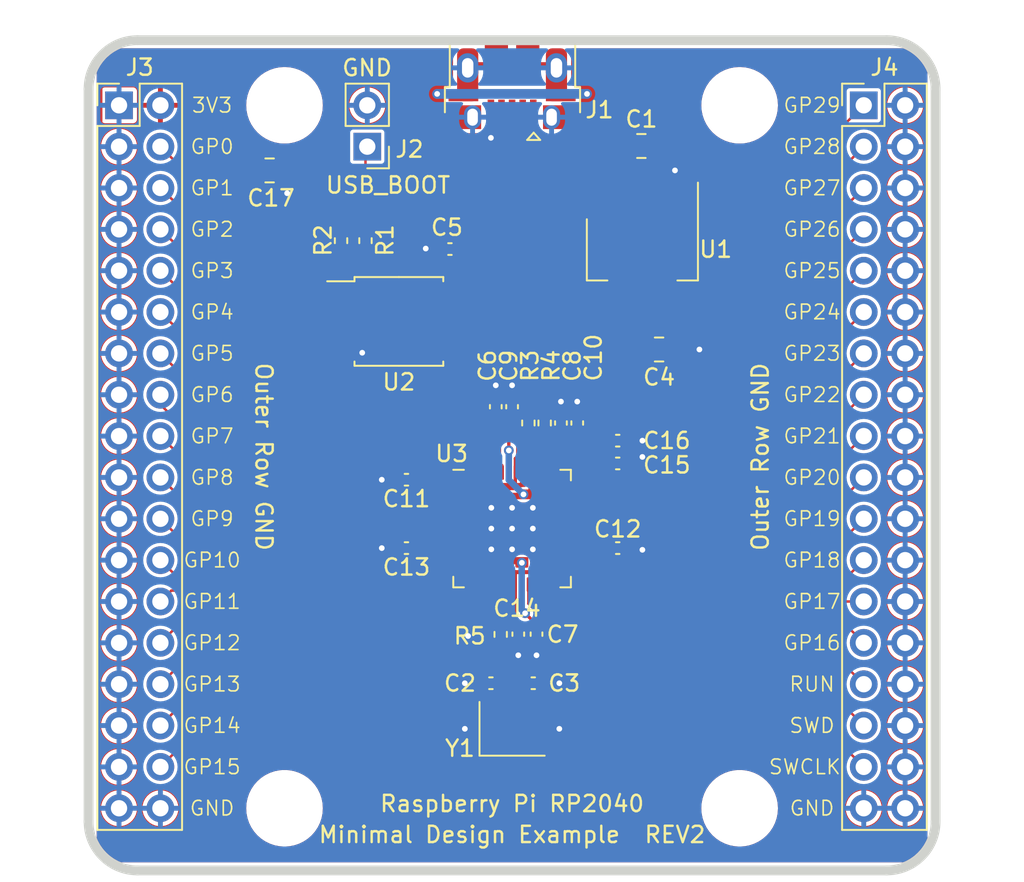
<source format=kicad_pcb>
(kicad_pcb (version 20240108) (generator "pcbnew") (generator_version "8.0")
  (title_block (title "RP2040 Minimal Design Example") (date "2024-01-16") (rev "REV2") (company "Raspberry Pi Ltd"))
  (layers (0 "F.Cu" signal) (31 "B.Cu" signal) (34 "B.Paste" user) (35 "F.Paste" user) (36 "B.SilkS" user "B.Silkscreen") (37 "F.SilkS" user "F.Silkscreen") (38 "B.Mask" user) (39 "F.Mask" user) (44 "Edge.Cuts" user))
  (net 0 "")
  (net 1 "GND")
  (net 2 "VBUS")
  (net 3 "/XIN")
  (net 4 "/XOUT")
  (net 5 "+3V3")
  (net 6 "+1V1")
  (net 8 "/~{USB_BOOT}")
  (net 9 "/GPIO15")
  (net 10 "/GPIO14")
  (net 11 "/GPIO13")
  (net 12 "/GPIO12")
  (net 13 "/GPIO11")
  (net 14 "/GPIO10")
  (net 15 "/GPIO9")
  (net 16 "/GPIO8")
  (net 17 "/GPIO7")
  (net 18 "/GPIO6")
  (net 19 "/GPIO5")
  (net 20 "/GPIO4")
  (net 21 "/GPIO3")
  (net 22 "/GPIO2")
  (net 23 "/GPIO1")
  (net 24 "/GPIO0")
  (net 25 "/GPIO29_ADC3")
  (net 26 "/GPIO28_ADC2")
  (net 27 "/GPIO27_ADC1")
  (net 28 "/GPIO26_ADC0")
  (net 29 "/GPIO25")
  (net 30 "/GPIO24")
  (net 31 "/GPIO23")
  (net 32 "/GPIO22")
  (net 33 "/GPIO21")
  (net 34 "/GPIO20")
  (net 35 "/GPIO19")
  (net 36 "/GPIO18")
  (net 37 "/GPIO17")
  (net 38 "/GPIO16")
  (net 39 "/RUN")
  (net 40 "/SWD")
  (net 41 "/SWCLK")
  (net 42 "/QSPI_SS")
  (net 43 "Net-(U3-USB_DP)")
  (net 44 "Net-(U3-USB_DM)")
  (net 45 "/QSPI_SD3")
  (net 46 "/QSPI_SCLK")
  (net 47 "/QSPI_SD0")
  (net 48 "/QSPI_SD2")
  (net 49 "/QSPI_SD1")
  (net 50 "/USB_D+")
  (net 51 "/USB_D-")
  (net 52 "Net-(C3-Pad1)")
  (footprint "Capacitor_SMD:C_0805_2012Metric" (layer "F.Cu") (at 109.025 89)
    (property "Reference" "C4")
    (property "Value" "10u")
  )
  (footprint "RP2040_minimal:USB_Micro-B_Amphenol_10103594-0001LF_Horizontal_modified" (layer "F.Cu") (at 100 71.7 180)
    (property "Reference" "J1")
    (property "Value" "USB_B_Micro")
  )
  (footprint "Connector_PinHeader_2.54mm:PinHeader_1x02_P2.54mm_Vertical" (layer "F.Cu") (at 91.11 76.54 180)
    (property "Reference" "J2")
    (property "Value" "Conn_01x02")
  )
  (footprint "Connector_PinHeader_2.54mm:PinHeader_2x18_P2.54mm_Vertical" (layer "F.Cu") (at 75.87 74)
    (property "Reference" "J3")
    (property "Value" "Conn_02x18_Odd_Even")
  )
  (footprint "Capacitor_SMD:C_0402_1005Metric" (layer "F.Cu") (at 104 93.515 90)
    (property "Reference" "C10")
    (property "Value" "1u")
  )
  (footprint "Capacitor_SMD:C_0402_1005Metric" (layer "F.Cu") (at 103 93.515 90)
    (property "Reference" "C8")
    (property "Value" "1u")
  )
  (footprint "Capacitor_SMD:C_0402_1005Metric" (layer "F.Cu") (at 93.515 101.2 180)
    (property "Reference" "C13")
    (property "Value" "100n")
  )
  (footprint "Capacitor_SMD:C_0402_1005Metric" (layer "F.Cu") (at 96.185 82.83 180)
    (property "Reference" "C5")
    (property "Value" "100n")
  )
  (footprint "Resistor_SMD:R_0402_1005Metric" (layer "F.Cu") (at 89.5 82.315 -90)
    (property "Reference" "R2")
    (property "Value" "DNF")
  )
  (footprint "Connector_PinHeader_2.54mm:PinHeader_2x18_P2.54mm_Vertical" (layer "F.Cu") (at 121.59 74)
    (property "Reference" "J4")
    (property "Value" "Conn_02x18_Odd_Even")
  )
  (footprint "Package_TO_SOT_SMD:SOT-223-3_TabPin2" (layer "F.Cu") (at 108 82.85 -90)
    (property "Reference" "U1")
    (property "Value" "NCP1117-3.3_SOT223")
  )
  (footprint "Package_SO:SOIC-8_5.23x5.23mm_P1.27mm" (layer "F.Cu") (at 93.05 87.275)
    (property "Reference" "U2")
    (property "Value" "W25Q128JVS")
  )
  (footprint "Resistor_SMD:R_0402_1005Metric" (layer "F.Cu") (at 91 82.315 90)
    (property "Reference" "R1")
    (property "Value" "1k")
  )
  (footprint "Capacitor_SMD:C_0402_1005Metric" (layer "F.Cu") (at 100 92.515 90)
    (property "Reference" "C9")
    (property "Value" "100n")
  )
  (footprint "Capacitor_SMD:C_0402_1005Metric" (layer "F.Cu") (at 106.485 101.2)
    (property "Reference" "C12")
    (property "Value" "100n")
  )
  (footprint "Capacitor_SMD:C_0402_1005Metric" (layer "F.Cu") (at 100.381 106.485 -90)
    (property "Reference" "C14")
    (property "Value" "100n")
  )
  (footprint "Resistor_SMD:R_0402_1005Metric" (layer "F.Cu") (at 101 93.515 -90)
    (property "Reference" "R3")
    (property "Value" "27")
  )
  (footprint "Capacitor_SMD:C_0402_1005Metric" (layer "F.Cu") (at 101.5 106.485 -90)
    (property "Reference" "C7")
    (property "Value" "100n")
  )
  (footprint "Capacitor_SMD:C_0805_2012Metric" (layer "F.Cu") (at 107.9375 76.5)
    (property "Reference" "C1")
    (property "Value" "10u")
  )
  (footprint "Capacitor_SMD:C_0402_1005Metric" (layer "F.Cu") (at 93.515 97 180)
    (property "Reference" "C11")
    (property "Value" "100n")
  )
  (footprint "Capacitor_SMD:C_0402_1005Metric" (layer "F.Cu") (at 106.485 94.6)
    (property "Reference" "C16")
    (property "Value" "100n")
  )
  (footprint "RP2040_minimal:RP2040-QFN-56" (layer "F.Cu") (at 100 100)
    (property "Reference" "U3")
    (property "Value" "RP2040")
  )
  (footprint "MountingHole:MountingHole_2.7mm_M2.5" (layer "F.Cu") (at 113.97 74)
    (property "Reference" "H2" (hide yes))
    (property "Value" "MountingHole")
  )
  (footprint "Resistor_SMD:R_0402_1005Metric" (layer "F.Cu") (at 102 93.515 -90)
    (property "Reference" "R4")
    (property "Value" "27")
  )
  (footprint "MountingHole:MountingHole_2.7mm_M2.5" (layer "F.Cu") (at 113.97 117.18)
    (property "Reference" "H3" (hide yes))
    (property "Value" "MountingHole")
  )
  (footprint "Capacitor_SMD:C_0402_1005Metric" (layer "F.Cu") (at 99 92.515 90)
    (property "Reference" "C6")
    (property "Value" "100n")
  )
  (footprint "Capacitor_SMD:C_0402_1005Metric" (layer "F.Cu") (at 106.485 96)
    (property "Reference" "C15")
    (property "Value" "100n")
  )
  (footprint "MountingHole:MountingHole_2.7mm_M2.5" (layer "F.Cu") (at 86.03 74)
    (property "Reference" "H1" (hide yes))
    (property "Value" "MountingHole")
  )
  (footprint "MountingHole:MountingHole_2.7mm_M2.5" (layer "F.Cu") (at 86.03 117.18)
    (property "Reference" "H4" (hide yes))
    (property "Value" "MountingHole")
  )
  (footprint "Capacitor_SMD:C_0805_2012Metric" (layer "F.Cu") (at 85.115 78)
    (property "Reference" "C17")
    (property "Value" "10u")
  )
  (footprint "Capacitor_SMD:C_0402_1005Metric" (layer "F.Cu") (at 98.7 109.5 180)
    (property "Reference" "C2")
    (property "Value" "15p")
  )
  (footprint "Capacitor_SMD:C_0402_1005Metric" (layer "F.Cu") (at 101.3 109.5)
    (property "Reference" "C3")
    (property "Value" "15p")
  )
  (footprint "Crystal:Crystal_SMD_3225-4Pin_3.2x2.5mm" (layer "F.Cu") (at 100 112.3)
    (property "Reference" "Y1")
    (property "Value" "ABM8-272-T3")
  )
  (footprint "Resistor_SMD:R_0402_1005Metric" (layer "F.Cu") (at 99.3 106.5 -90)
    (property "Reference" "R5")
    (property "Value" "1k")
  )
  (gr_line (start 123 121) (end 77 121) (stroke (width 0.6)) (layer "Edge.Cuts"))
  (gr_line (start 126 73) (end 126 118) (stroke (width 0.6)) (layer "Edge.Cuts"))
  (gr_line (start 77 70) (end 123 70) (stroke (width 0.6)) (layer "Edge.Cuts"))
  (gr_line (start 74 118) (end 74 73) (stroke (width 0.6)) (layer "Edge.Cuts"))
  (gr_arc (start 126 118) (mid 125.12132 120.12132) (end 123 121) (stroke (width 0.6)) (layer "Edge.Cuts"))
  (gr_arc (start 123 70) (mid 125.12132 70.87868) (end 126 73) (stroke (width 0.6)) (layer "Edge.Cuts"))
  (gr_arc (start 74 73) (mid 74.87868 70.87868) (end 77 70) (stroke (width 0.6)) (layer "Edge.Cuts"))
  (gr_arc (start 77 121) (mid 74.87868 120.12132) (end 74 118) (stroke (width 0.6)) (layer "Edge.Cuts"))
  (gr_text "GP1" (at 81.585 79.08 0) (layer "F.SilkS") (effects (font (size 0.9 0.9) (thickness 0.1))))
  (gr_text "GP2" (at 81.585 81.62 0) (layer "F.SilkS") (effects (font (size 0.9 0.9) (thickness 0.1))))
  (gr_text "GP3" (at 81.585 84.16 0) (layer "F.SilkS") (effects (font (size 0.9 0.9) (thickness 0.1))))
  (gr_text "GP4" (at 81.585 86.7 0) (layer "F.SilkS") (effects (font (size 0.9 0.9) (thickness 0.1))))
  (gr_text "GP5" (at 81.585 89.24 0) (layer "F.SilkS") (effects (font (size 0.9 0.9) (thickness 0.1))))
  (gr_text "GP6" (at 81.585 91.78 0) (layer "F.SilkS") (effects (font (size 0.9 0.9) (thickness 0.1))))
  (gr_text "GP7" (at 81.585 94.32 0) (layer "F.SilkS") (effects (font (size 0.9 0.9) (thickness 0.1))))
  (gr_text "GP8" (at 81.585 96.86 0) (layer "F.SilkS") (effects (font (size 0.9 0.9) (thickness 0.1))))
  (gr_text "GP9" (at 81.585 99.4 0) (layer "F.SilkS") (effects (font (size 0.9 0.9) (thickness 0.1))))
  (gr_text "GP11" (at 81.585 104.48 0) (layer "F.SilkS") (effects (font (size 0.9 0.9) (thickness 0.1))))
  (gr_text "GP10" (at 81.585 101.94 0) (layer "F.SilkS") (effects (font (size 0.9 0.9) (thickness 0.1))))
  (gr_text "GP12" (at 81.585 107.02 0) (layer "F.SilkS") (effects (font (size 0.9 0.9) (thickness 0.1))))
  (gr_text "GP13" (at 81.585 109.56 0) (layer "F.SilkS") (effects (font (size 0.9 0.9) (thickness 0.1))))
  (gr_text "GP15" (at 81.585 114.64 0) (layer "F.SilkS") (effects (font (size 0.9 0.9) (thickness 0.1))))
  (gr_text "GP14" (at 81.585 112.1 0) (layer "F.SilkS") (effects (font (size 0.9 0.9) (thickness 0.1))))
  (gr_text "GP28" (at 118.415 76.54 0) (layer "F.SilkS") (effects (font (size 0.9 0.9) (thickness 0.1))))
  (gr_text "GP27" (at 118.415 79.08 0) (layer "F.SilkS") (effects (font (size 0.9 0.9) (thickness 0.1))))
  (gr_text "GP26" (at 118.415 81.62 0) (layer "F.SilkS") (effects (font (size 0.9 0.9) (thickness 0.1))))
  (gr_text "GP25" (at 118.415 84.16 0) (layer "F.SilkS") (effects (font (size 0.9 0.9) (thickness 0.1))))
  (gr_text "GP24" (at 118.415 86.7 0) (layer "F.SilkS") (effects (font (size 0.9 0.9) (thickness 0.1))))
  (gr_text "GP23" (at 118.415 89.24 0) (layer "F.SilkS") (effects (font (size 0.9 0.9) (thickness 0.1))))
  (gr_text "GP21" (at 118.415 94.32 0) (layer "F.SilkS") (effects (font (size 0.9 0.9) (thickness 0.1))))
  (gr_text "GP20" (at 118.415 96.86 0) (layer "F.SilkS") (effects (font (size 0.9 0.9) (thickness 0.1))))
  (gr_text "GP19" (at 118.415 99.4 0) (layer "F.SilkS") (effects (font (size 0.9 0.9) (thickness 0.1))))
  (gr_text "GP17" (at 118.415 104.48 0) (layer "F.SilkS") (effects (font (size 0.9 0.9) (thickness 0.1))))
  (gr_text "GP22" (at 118.415 91.78 0) (layer "F.SilkS") (effects (font (size 0.9 0.9) (thickness 0.1))))
  (gr_text "GP18" (at 118.415 101.94 0) (layer "F.SilkS") (effects (font (size 0.9 0.9) (thickness 0.1))))
  (gr_text "SWCLK" (at 117.9705 114.64 0) (layer "F.SilkS") (effects (font (size 0.9 0.9) (thickness 0.1))))
  (gr_text "SWD" (at 118.415 112.1 0) (layer "F.SilkS") (effects (font (size 0.9 0.9) (thickness 0.1))))
  (gr_text "GP16" (at 118.415 107.02 0) (layer "F.SilkS") (effects (font (size 0.9 0.9) (thickness 0.1))))
  (gr_text "RUN" (at 118.415 109.56 0) (layer "F.SilkS") (effects (font (size 0.9 0.9) (thickness 0.1))))
  (gr_text "GND" (at 81.585 117.18 0) (layer "F.SilkS") (effects (font (size 0.9 0.9) (thickness 0.1))))
  (gr_text "GND" (at 118.415 117.18 0) (layer "F.SilkS") (effects (font (size 0.9 0.9) (thickness 0.1))))
  (gr_text "GP29" (at 118.415 74 0) (layer "F.SilkS") (effects (font (size 0.9 0.9) (thickness 0.1))))
  (gr_text "Outer Row GND" (at 84.76 95.59 270) (layer "F.SilkS") (effects (font (size 1 1))))
  (gr_text "Outer Row GND" (at 115.24 95.59 90) (layer "F.SilkS") (effects (font (size 1 1))))
  (gr_text "Raspberry Pi RP2040" (at 100 116.9 0) (layer "F.SilkS") (effects (font (size 1 1))))
  (gr_text "Minimal Design Example  REV2" (at 100 118.8 0) (layer "F.SilkS") (effects (font (size 1 1))))
  (gr_text "GND" (at 91.1 71.7 0) (layer "F.SilkS") (effects (font (size 1 1))))
  (gr_text "GP0" (at 81.585 76.54 0) (layer "F.SilkS") (effects (font (size 0.9 0.9) (thickness 0.1))))
  (gr_text "3V3" (at 81.585 74 0) (layer "F.SilkS") (effects (font (size 0.9 0.9) (thickness 0.1))))
  (gr_text "\nUSB_BOOT" (at 92.38 78.1 0) (layer "F.SilkS") (effects (font (size 1 1))))
  (segment (start 93.03 101.2) (end 92 101.2) (width 0.2) (layer "F.Cu") (net 1))
  (segment (start 104 93.03) (end 104 92.2) (width 0.2) (layer "F.Cu") (net 1))
  (segment (start 106.97 101.2) (end 107.075 101.305) (width 0.2) (layer "F.Cu") (net 1))
  (segment (start 106.97 94.6) (end 108 94.6) (width 0.2) (layer "F.Cu") (net 1))
  (segment (start 98.7 74.6) (end 98.7 76) (width 0.2) (layer "F.Cu") (net 1))
  (segment (start 107.075 101.305) (end 108 101.305) (width 0.2) (layer "F.Cu") (net 1))
  (segment (start 110.3 79.7) (end 110.3 78.3) (width 0.2) (layer "F.Cu") (net 1))
  (segment (start 102.46 71.45) (end 102.73 71.72) (width 0.2) (layer "F.Cu") (net 1))
  (segment (start 110.3 78.3) (end 110 78) (width 0.2) (layer "F.Cu") (net 1))
  (segment (start 95.375 82.8) (end 94.7 82.8) (width 0.2) (layer "F.Cu") (net 1))
  (segment (start 101.5 106.97) (end 101.5 107.782004) (width 0.2) (layer "F.Cu") (net 1))
  (segment (start 106.97 96) (end 107.6 96) (width 0.15) (layer "F.Cu") (net 1))
  (segment (start 97.54 71.45) (end 97.27 71.72) (width 0.2) (layer "F.Cu") (net 1))
  (segment (start 108.875 76.875) (end 110 78) (width 0.2) (layer "F.Cu") (net 1))
  (segment (start 89.45 89.18) (end 90.78 89.18) (width 0.2) (layer "F.Cu") (net 1))
  (segment (start 86.14 78) (end 86.14 79.35) (width 0.15) (layer "F.Cu") (net 1))
  (segment (start 110.05 89) (end 111.5 89) (width 0.2) (layer "F.Cu") (net 1))
  (segment (start 99 104.6545) (end 99 103.4375) (width 0.15) (layer "F.Cu") (net 1))
  (segment (start 99.04 71.45) (end 97.54 71.45) (width 0.2) (layer "F.Cu") (net 1))
  (segment (start 97.3 106.6) (end 97.3 106.3545) (width 0.15) (layer "F.Cu") (net 1))
  (segment (start 99 92.03) (end 99 91.200008) (width 0.2) (layer "F.Cu") (net 1))
  (segment (start 107.6 96) (end 108 95.6) (width 0.15) (layer "F.Cu") (net 1))
  (segment (start 95.7 82.83) (end 95.405 82.83) (width 0.2) (layer "F.Cu") (net 1))
  (segment (start 100.381 107.781984) (end 100.380994 107.78199) (width 0.2) (layer "F.Cu") (net 1))
  (segment (start 100.381 106.97) (end 100.381 107.781984) (width 0.2) (layer "F.Cu") (net 1))
  (segment (start 100 92.03) (end 100 91.2) (width 0.2) (layer "F.Cu") (net 1))
  (segment (start 103 93.03) (end 103 92.2) (width 0.2) (layer "F.Cu") (net 1))
  (segment (start 93.03 97) (end 92 97) (width 0.2) (layer "F.Cu") (net 1))
  (segment (start 95.405 82.83) (end 95.375 82.8) (width 0.2) (layer "F.Cu") (net 1))
  (segment (start 90.78 89.18) (end 90.8 89.2) (width 0.2) (layer "F.Cu") (net 1))
  (segment (start 86.14 79.35) (end 86.19 79.4) (width 0.15) (layer "F.Cu") (net 1))
  (segment (start 97.3 106.3545) (end 99 104.6545) (width 0.15) (layer "F.Cu") (net 1))
  (segment (start 100.96 71.45) (end 102.46 71.45) (width 0.2) (layer "F.Cu") (net 1))
  (segment (start 108.875 76.5) (end 108.875 76.875) (width 0.2) (layer "F.Cu") (net 1))
  (via (at 97.1 112.3) (size 0.6) (drill 0.35) (layers "F.Cu" "B.Cu") (net 1))
  (via (at 97.1 109.5) (size 0.6) (drill 0.35) (layers "F.Cu" "B.Cu") (net 1))
  (via (at 102.9 109.5) (size 0.6) (drill 0.35) (layers "F.Cu" "B.Cu") (net 1))
  (via (at 99 91.200008) (size 0.6) (drill 0.35) (layers "F.Cu" "B.Cu") (net 1))
  (via (at 97.3 106.6) (size 0.6) (drill 0.35) (layers "F.Cu" "B.Cu") (net 1))
  (via (at 92 97) (size 0.6) (drill 0.35) (layers "F.Cu" "B.Cu") (net 1))
  (via (at 98.7 76) (size 0.6) (drill 0.35) (layers "F.Cu" "B.Cu") (net 1))
  (via (at 108 101.305) (size 0.6) (drill 0.35) (layers "F.Cu" "B.Cu") (net 1))
  (via (at 86.19 79.4) (size 0.6) (drill 0.35) (layers "F.Cu" "B.Cu") (net 1))
  (via (at 101.5 107.782004) (size 0.6) (drill 0.35) (layers "F.Cu" "B.Cu") (net 1))
  (via (at 102.9 112.3) (size 0.6) (drill 0.35) (layers "F.Cu" "B.Cu") (net 1))
  (via (at 92 101.2) (size 0.6) (drill 0.35) (layers "F.Cu" "B.Cu") (net 1))
  (via (at 108 94.6) (size 0.6) (drill 0.35) (layers "F.Cu" "B.Cu") (net 1))
  (via (at 111.5 89) (size 0.6) (drill 0.35) (layers "F.Cu" "B.Cu") (net 1))
  (via (at 103 92.2) (size 0.6) (drill 0.35) (layers "F.Cu" "B.Cu") (net 1))
  (via (at 94.7 82.8) (size 0.6) (drill 0.35) (layers "F.Cu" "B.Cu") (net 1))
  (via (at 100.380994 107.78199) (size 0.6) (drill 0.35) (layers "F.Cu" "B.Cu") (net 1))
  (via (at 108 95.6) (size 0.6) (drill 0.35) (layers "F.Cu" "B.Cu") (net 1))
  (via (at 90.8 89.2) (size 0.6) (drill 0.35) (layers "F.Cu" "B.Cu") (net 1))
  (via (at 104 92.2) (size 0.6) (drill 0.35) (layers "F.Cu" "B.Cu") (net 1))
  (via (at 110 78) (size 0.6) (drill 0.35) (layers "F.Cu" "B.Cu") (net 1))
  (via (at 100 91.2) (size 0.6) (drill 0.35) (layers "F.Cu" "B.Cu") (net 1))
  (segment (start 103.299999 92.499999) (end 103 92.2) (width 0.2) (layer "B.Cu") (net 1))
  (segment (start 104 93) (end 103.8 93) (width 0.2) (layer "B.Cu") (net 1))
  (segment (start 103.8 93) (end 103.299999 92.499999) (width 0.2) (layer "B.Cu") (net 1))
  (segment (start 101.3 74.525) (end 101.3 75.5) (width 0.4) (layer "F.Cu") (net 2))
  (segment (start 101.3 75.5) (end 102.1 76.3) (width 0.4) (layer "F.Cu") (net 2))
  (segment (start 99.4 104.937861) (end 98.6 105.737861) (width 0.15) (layer "F.Cu") (net 3))
  (segment (start 99.4 103.4375) (end 99.4 104.937861) (width 0.15) (layer "F.Cu") (net 3))
  (segment (start 98.6 108.92) (end 99.18 109.5) (width 0.15) (layer "F.Cu") (net 3))
  (segment (start 99.18 109.5) (end 100 110.32) (width 0.15) (layer "F.Cu") (net 3))
  (segment (start 98.6 105.737861) (end 98.6 108.92) (width 0.15) (layer "F.Cu") (net 3))
  (segment (start 100 112.3) (end 99.15 113.15) (width 0.15) (layer "F.Cu") (net 3))
  (segment (start 99.15 113.15) (end 98.9 113.15) (width 0.15) (layer "F.Cu") (net 3))
  (segment (start 100 110.32) (end 100 112.3) (width 0.15) (layer "F.Cu") (net 3))
  (segment (start 99.8 105.1) (end 99.3 105.6) (width 0.15) (layer "F.Cu") (net 4))
  (segment (start 99.3 105.6) (end 99.3 105.99) (width 0.15) (layer "F.Cu") (net 4))
  (segment (start 99.8 103.4375) (end 99.8 105.1) (width 0.15) (layer "F.Cu") (net 4))
  (segment (start 96.5625 101) (end 94.2 101) (width 0.2) (layer "F.Cu") (net 5))
  (segment (start 100.2 102.8) (end 100 102.6) (width 0.2) (layer "F.Cu") (net 5))
  (segment (start 94.2 101) (end 94 101.2) (width 0.2) (layer "F.Cu") (net 5))
  (segment (start 100.9525 106.2515) (end 100.9525 108.163) (width 0.15) (layer "F.Cu") (net 5))
  (segment (start 103.4375 101) (end 102.6 101) (width 0.2) (layer "F.Cu") (net 5))
  (segment (start 100.2 95.7) (end 100.2 96.5625) (width 0.2) (layer "F.Cu") (net 5))
  (segment (start 96.5625 101) (end 97.4 101) (width 0.2) (layer "F.Cu") (net 5))
  (segment (start 100.2 105.5055) (end 100.381 105.6865) (width 0.2) (layer "F.Cu") (net 5))
  (segment (start 100.6 95.799998) (end 100.350001 95.549999) (width 0.2) (layer "F.Cu") (net 5))
  (segment (start 100.381 106) (end 100.701 106) (width 0.15) (layer "F.Cu") (net 5))
  (segment (start 100.6 97.2) (end 100.4 97.4) (width 0.2) (layer "F.Cu") (net 5))
  (segment (start 103.4375 101) (end 105.8 101) (width 0.2) (layer "F.Cu") (net 5))
  (segment (start 101.096505 108.307005) (end 102.141995 108.307005) (width 0.15) (layer "F.Cu") (net 5))
  (segment (start 100.701 106) (end 100.9525 106.2515) (width 0.15) (layer "F.Cu") (net 5))
  (segment (start 100.350001 94.112535) (end 100.350001 95.549999) (width 0.2) (layer "F.Cu") (net 5))
  (segment (start 100.2 103.4375) (end 100.2 105.5055) (width 0.2) (layer "F.Cu") (net 5))
  (segment (start 105.8 101) (end 106 101.2) (width 0.2) (layer "F.Cu") (net 5))
  (segment (start 96.5625 97.4) (end 97.4 97.4) (width 0.2) (layer "F.Cu") (net 5))
  (segment (start 100 93) (end 100 93.762534) (width 0.2) (layer "F.Cu") (net 5))
  (segment (start 100.6 96.5625) (end 100.6 97.2) (width 0.2) (layer "F.Cu") (net 5))
  (segment (start 100.9525 108.163) (end 101.096505 108.307005) (width 0.15) (layer "F.Cu") (net 5))
  (segment (start 100.6 96.5625) (end 100.6 95.799998) (width 0.2) (layer "F.Cu") (net 5))
  (segment (start 100.2 96.5625) (end 100.2 97.4) (width 0.2) (layer "F.Cu") (net 5))
  (segment (start 108 86) (end 108 89) (width 0.2) (layer "F.Cu") (net 5))
  (segment (start 100.381 105.6865) (end 100.381 106) (width 0.2) (layer "F.Cu") (net 5))
  (segment (start 100.350001 95.549999) (end 100.2 95.7) (width 0.2) (layer "F.Cu") (net 5))
  (segment (start 102.2 96.1) (end 103.6 94.7) (width 0.2) (layer "F.Cu") (net 5))
  (segment (start 100.2 97.4) (end 100.2 97) (width 0.2) (layer "F.Cu") (net 5))
  (segment (start 100 93.762534) (end 100.350001 94.112535) (width 0.2) (layer "F.Cu") (net 5))
  (segment (start 96.65 85.37) (end 96.65 82.85) (width 0.2) (layer "F.Cu") (net 5))
  (segment (start 100.2 103.4375) (end 100.2 102.8) (width 0.2) (layer "F.Cu") (net 5))
  (segment (start 102.2 96.5625) (end 102.2 96.1) (width 0.2) (layer "F.Cu") (net 5))
  (segment (start 96.65 82.85) (end 96.67 82.83) (width 0.2) (layer "F.Cu") (net 5))
  (segment (start 96.5625 97.4) (end 95.7 97.4) (width 0.2) (layer "F.Cu") (net 5))
  (segment (start 74.7 72.9) (end 74.7 75.2) (width 0.3) (layer "F.Cu") (net 5))
  (via (at 104.6 73.3) (size 0.6) (drill 0.35) (layers "F.Cu" "B.Cu") (net 5))
  (via (at 95.4 73.3) (size 0.6) (drill 0.35) (layers "F.Cu" "B.Cu") (net 5))
  (segment (start 104.6 73.3) (end 95.4 73.3) (width 0.6) (layer "B.Cu") (net 5))
  (segment (start 99.8 96.5625) (end 99.8 95.199994) (width 0.2) (layer "F.Cu") (net 6))
  (segment (start 101.8 95.8) (end 103 94.6) (width 0.2) (layer "F.Cu") (net 6))
  (segment (start 99 93.295) (end 99.8 94.095) (width 0.2) (layer "F.Cu") (net 6))
  (segment (start 101.5 105.9) (end 100.8 105.2) (width 0.2) (layer "F.Cu") (net 6))
  (segment (start 100.6 105) (end 100.8 105.2) (width 0.2) (layer "F.Cu") (net 6))
  (segment (start 99.8 94.095) (end 99.8 94.77573) (width 0.2) (layer "F.Cu") (net 6))
  (segment (start 101.5 106) (end 101.5 105.9) (width 0.2) (layer "F.Cu") (net 6))
  (segment (start 101.8 96.5625) (end 101.8 95.8) (width 0.2) (layer "F.Cu") (net 6))
  (segment (start 101.8 96.5625) (end 101.8 97.4) (width 0.2) (layer "F.Cu") (net 6))
  (segment (start 99 93) (end 99 93.295) (width 0.2) (layer "F.Cu") (net 6))
  (segment (start 99.8 94.77573) (end 99.8 95.199994) (width 0.2) (layer "F.Cu") (net 6))
  (segment (start 103 94.6) (end 103 94) (width 0.2) (layer "F.Cu") (net 6))
  (segment (start 100.6 103.4375) (end 100.6 105) (width 0.2) (layer "F.Cu") (net 6))
  (via (at 99.8 95.199994) (size 0.6) (drill 0.35) (layers "F.Cu" "B.Cu") (net 6))
  (via (at 100.7 97.9) (size 0.6) (drill 0.35) (layers "F.Cu" "B.Cu") (net 6))
  (via (at 100.8 105.2) (size 0.6) (drill 0.35) (layers "F.Cu" "B.Cu") (net 6))
  (via (at 100.59997 102.1) (size 0.6) (drill 0.35) (layers "F.Cu" "B.Cu") (net 6))
  (segment (start 100.8 105.2) (end 100.59 104.99) (width 0.4) (layer "B.Cu") (net 6))
  (segment (start 100.59 104.99) (end 100.59 102.10997) (width 0.4) (layer "B.Cu") (net 6))
  (segment (start 100.59 102.10997) (end 100.59997 102.1) (width 0.4) (layer "B.Cu") (net 6))
  (segment (start 99.8 97.01) (end 100.69 97.9) (width 0.4) (layer "B.Cu") (net 6))
  (segment (start 99.8 95.199994) (end 99.8 97.01) (width 0.4) (layer "B.Cu") (net 6))
  (segment (start 100.69 97.9) (end 100.7 97.9) (width 0.4) (layer "B.Cu") (net 6))
  (segment (start 91 76.65) (end 91.11 76.54) (width 0.15) (layer "F.Cu") (net 8))
  (segment (start 91 81.83) (end 91 76.65) (width 0.15) (layer "F.Cu") (net 8))
  (segment (start 98.6 104.437861) (end 96.687861 106.35) (width 0.15) (layer "F.Cu") (net 9))
  (segment (start 96.687861 106.35) (end 86.7 106.35) (width 0.15) (layer "F.Cu") (net 9))
  (segment (start 86.7 106.35) (end 78.41 114.64) (width 0.15) (layer "F.Cu") (net 9))
  (segment (start 98.6 103.4375) (end 98.6 104.437861) (width 0.15) (layer "F.Cu") (net 9))
  (segment (start 84.795 105.715) (end 78.41 112.1) (width 0.15) (layer "F.Cu") (net 10))
  (segment (start 98.2 104.19) (end 96.675 105.715) (width 0.15) (layer "F.Cu") (net 10))
  (segment (start 98.2 103.4375) (end 98.2 104.19) (width 0.15) (layer "F.Cu") (net 10))
  (segment (start 96.675 105.715) (end 84.795 105.715) (width 0.15) (layer "F.Cu") (net 10))
  (segment (start 96.595 105.08) (end 82.89 105.08) (width 0.15) (layer "F.Cu") (net 11))
  (segment (start 82.89 105.08) (end 78.41 109.56) (width 0.15) (layer "F.Cu") (net 11))
  (segment (start 97.8 103.4375) (end 97.8 103.875) (width 0.15) (layer "F.Cu") (net 11))
  (segment (start 97.8 103.875) (end 96.595 105.08) (width 0.15) (layer "F.Cu") (net 11))
  (segment (start 97.4 103.4375) (end 97.3 103.5375) (width 0.15) (layer "F.Cu") (net 12))
  (segment (start 97.3 103.5375) (end 97.0975 103.5375) (width 0.15) (layer "F.Cu") (net 12))
  (segment (start 80.985 104.445) (end 78.41 107.02) (width 0.15) (layer "F.Cu") (net 12))
  (segment (start 97.0975 103.5375) (end 96.19 104.445) (width 0.15) (layer "F.Cu") (net 12))
  (segment (start 96.19 104.445) (end 80.985 104.445) (width 0.15) (layer "F.Cu") (net 12))
  (segment (start 79.08 103.81) (end 78.41 104.48) (width 0.15) (layer "F.Cu") (net 13))
  (segment (start 96.5625 102.6) (end 96.13 102.6) (width 0.15) (layer "F.Cu") (net 13))
  (segment (start 94.92 103.81) (end 79.08 103.81) (width 0.15) (layer "F.Cu") (net 13))
  (segment (start 96.13 102.6) (end 94.92 103.81) (width 0.15) (layer "F.Cu") (net 13))
  (segment (start 96.5625 102.2) (end 95.26 102.2) (width 0.15) (layer "F.Cu") (net 14))
  (segment (start 95.26 102.2) (end 94.285 103.175) (width 0.15) (layer "F.Cu") (net 14))
  (segment (start 79.645 103.175) (end 78.41 101.94) (width 0.15) (layer "F.Cu") (net 14))
  (segment (start 94.285 103.175) (end 79.645 103.175) (width 0.15) (layer "F.Cu") (net 14))
  (segment (start 94.285 102.54) (end 81.55 102.54) (width 0.15) (layer "F.Cu") (net 15))
  (segment (start 81.55 102.54) (end 78.41 99.4) (width 0.15) (layer "F.Cu") (net 15))
  (segment (start 96.5625 101.8) (end 95.025 101.8) (width 0.15) (layer "F.Cu") (net 15))
  (segment (start 95.025 101.8) (end 94.285 102.54) (width 0.15) (layer "F.Cu") (net 15))
  (segment (start 83.455 101.905) (end 78.41 96.86) (width 0.15) (layer "F.Cu") (net 16))
  (segment (start 94.285 101.905) (end 83.455 101.905) (width 0.15) (layer "F.Cu") (net 16))
  (segment (start 94.79 101.4) (end 94.285 101.905) (width 0.15) (layer "F.Cu") (net 16))
  (segment (start 96.5625 101.4) (end 94.79 101.4) (width 0.15) (layer "F.Cu") (net 16))
  (segment (start 96.5625 100.6) (end 84.69 100.6) (width 0.15) (layer "F.Cu") (net 17))
  (segment (start 84.69 100.6) (end 78.41 94.32) (width 0.15) (layer "F.Cu") (net 17))
  (segment (start 86.23 100.2) (end 78.41 92.38) (width 0.15) (layer "F.Cu") (net 18))
  (segment (start 78.41 92.38) (end 78.41 91.78) (width 0.15) (layer "F.Cu") (net 18))
  (segment (start 96.5625 100.2) (end 86.23 100.2) (width 0.15) (layer "F.Cu") (net 18))
  (segment (start 96.5625 99.8) (end 87.1 99.8) (width 0.15) (layer "F.Cu") (net 19))
  (segment (start 79.68 90.51) (end 78.41 89.24) (width 0.15) (layer "F.Cu") (net 19))
  (segment (start 87.1 99.8) (end 79.68 92.38) (width 0.15) (layer "F.Cu") (net 19))
  (segment (start 79.68 92.38) (end 79.68 90.51) (width 0.15) (layer "F.Cu") (net 19))
  (segment (start 80.95 92.38) (end 80.95 89.24) (width 0.15) (layer "F.Cu") (net 20))
  (segment (start 80.95 89.24) (end 78.41 86.7) (width 0.15) (layer "F.Cu") (net 20))
  (segment (start 96.5625 99.4) (end 87.97 99.4) (width 0.15) (layer "F.Cu") (net 20))
  (segment (start 87.97 99.4) (end 80.95 92.38) (width 0.15) (layer "F.Cu") (net 20))
  (segment (start 88.84 99) (end 82.22 92.38) (width 0.15) (layer "F.Cu") (net 21))
  (segment (start 96.5625 99) (end 88.84 99) (width 0.15) (layer "F.Cu") (net 21))
  (segment (start 82.22 87.9525) (end 78.4275 84.16) (width 0.15) (layer "F.Cu") (net 21))
  (segment (start 82.22 92.38) (end 82.22 87.9525) (width 0.15) (layer "F.Cu") (net 21))
  (segment (start 78.4275 84.16) (end 78.41 84.16) (width 0.15) (layer "F.Cu") (net 21))
  (segment (start 96.5625 98.6) (end 89.71 98.6) (width 0.15) (layer "F.Cu") (net 22))
  (segment (start 83.49 86.6825) (end 78.4275 81.62) (width 0.15) (layer "F.Cu") (net 22))
  (segment (start 78.4275 81.62) (end 78.41 81.62) (width 0.15) (layer "F.Cu") (net 22))
  (segment (start 83.49 92.38) (end 83.49 86.6825) (width 0.15) (layer "F.Cu") (net 22))
  (segment (start 89.71 98.6) (end 83.49 92.38) (width 0.15) (layer "F.Cu") (net 22))
  (segment (start 84.76 85.4125) (end 78.4275 79.08) (width 0.15) (layer "F.Cu") (net 23))
  (segment (start 90.58 98.2) (end 84.76 92.38) (width 0.15) (layer "F.Cu") (net 23))
  (segment (start 84.76 92.38) (end 84.76 85.4125) (width 0.15) (layer "F.Cu") (net 23))
  (segment (start 96.5625 98.2) (end 90.58 98.2) (width 0.15) (layer "F.Cu") (net 23))
  (segment (start 78.4275 79.08) (end 78.41 79.08) (width 0.15) (layer "F.Cu") (net 23))
  (segment (start 96.5625 97.8) (end 91.45 97.8) (width 0.15) (layer "F.Cu") (net 24))
  (segment (start 86.03 92.38) (end 86.03 84.16) (width 0.15) (layer "F.Cu") (net 24))
  (segment (start 91.45 97.8) (end 86.03 92.38) (width 0.15) (layer "F.Cu") (net 24))
  (segment (start 86.03 84.16) (end 78.41 76.54) (width 0.15) (layer "F.Cu") (net 24))
  (segment (start 121.58125 74) (end 121.59 74) (width 0.15) (layer "F.Cu") (net 25))
  (segment (start 106.645 97.8) (end 112.065 92.38) (width 0.15) (layer "F.Cu") (net 25))
  (segment (start 112.065 92.38) (end 112.065 83.51625) (width 0.15) (layer "F.Cu") (net 25))
  (segment (start 103.4375 97.8) (end 106.645 97.8) (width 0.15) (layer "F.Cu") (net 25))
  (segment (start 112.065 83.51625) (end 121.58125 74) (width 0.15) (layer "F.Cu") (net 25))
  (segment (start 103.4375 98.2) (end 107.515 98.2) (width 0.15) (layer "F.Cu") (net 26))
  (segment (start 107.515 98.2) (end 113.335 92.38) (width 0.15) (layer "F.Cu") (net 26))
  (segment (start 120.93 77.2) (end 121.59 76.54) (width 0.15) (layer "F.Cu") (net 26))
  (segment (start 113.335 92.38) (end 113.335 84.795) (width 0.15) (layer "F.Cu") (net 26))
  (segment (start 113.335 84.795) (end 120.93 77.2) (width 0.15) (layer "F.Cu") (net 26))
  (segment (start 120.92 79.75) (end 121.59 79.08) (width 0.15) (layer "F.Cu") (net 27))
  (segment (start 114.605 86.065) (end 120.92 79.75) (width 0.15) (layer "F.Cu") (net 27))
  (segment (start 114.605 92.38) (end 114.605 86.065) (width 0.15) (layer "F.Cu") (net 27))
  (segment (start 108.385 98.6) (end 114.605 92.38) (width 0.15) (layer "F.Cu") (net 27))
  (segment (start 103.4375 98.6) (end 108.385 98.6) (width 0.15) (layer "F.Cu") (net 27))
  (segment (start 115.875 92.3975) (end 115.875 87.335) (width 0.15) (layer "F.Cu") (net 28))
  (segment (start 120.92 82.29) (end 121.59 81.62) (width 0.15) (layer "F.Cu") (net 28))
  (segment (start 115.875 87.335) (end 120.92 82.29) (width 0.15) (layer "F.Cu") (net 28))
  (segment (start 103.4375 99) (end 109.2725 99) (width 0.15) (layer "F.Cu") (net 28))
  (segment (start 109.2725 99) (end 115.875 92.3975) (width 0.15) (layer "F.Cu") (net 28))
  (segment (start 103.4375 99.4) (end 110.125 99.4) (width 0.15) (layer "F.Cu") (net 29))
  (segment (start 117.145 92.38) (end 117.145 88.605) (width 0.15) (layer "F.Cu") (net 29))
  (segment (start 117.145 88.605) (end 120.92 84.83) (width 0.15) (layer "F.Cu") (net 29))
  (segment (start 110.125 99.4) (end 117.145 92.38) (width 0.15) (layer "F.Cu") (net 29))
  (segment (start 120.92 84.83) (end 121.59 84.16) (width 0.15) (layer "F.Cu") (net 29))
  (segment (start 118.415 89.875) (end 120.92 87.37) (width 0.15) (layer "F.Cu") (net 30))
  (segment (start 110.995 99.8) (end 118.415 92.38) (width 0.15) (layer "F.Cu") (net 30))
  (segment (start 120.92 87.37) (end 121.59 86.7) (width 0.15) (layer "F.Cu") (net 30))
  (segment (start 118.415 92.38) (end 118.415 89.875) (width 0.15) (layer "F.Cu") (net 30))
  (segment (start 103.4375 99.8) (end 110.995 99.8) (width 0.15) (layer "F.Cu") (net 30))
  (segment (start 119.685 91.145) (end 119.685 92.38) (width 0.15) (layer "F.Cu") (net 31))
  (segment (start 111.865 100.2) (end 105.2 100.2) (width 0.15) (layer "F.Cu") (net 31))
  (segment (start 119.685 92.38) (end 111.865 100.2) (width 0.15) (layer "F.Cu") (net 31))
  (segment (start 121.59 89.24) (end 119.685 91.145) (width 0.15) (layer "F.Cu") (net 31))
  (segment (start 105.2 100.2) (end 103.4375 100.2) (width 0.15) (layer "F.Cu") (net 31))
  (segment (start 120.32 93.05) (end 121.59 91.78) (width 0.15) (layer "F.Cu") (net 32))
  (segment (start 112.77 100.6) (end 120.32 93.05) (width 0.15) (layer "F.Cu") (net 32))
  (segment (start 103.4375 100.6) (end 112.77 100.6) (width 0.15) (layer "F.Cu") (net 32))
  (segment (start 105.10875 101.94) (end 113.97 101.94) (width 0.15) (layer "F.Cu") (net 33))
  (segment (start 120.32 95.59) (end 121.59 94.32) (width 0.15) (layer "F.Cu") (net 33))
  (segment (start 113.97 101.94) (end 120.32 95.59) (width 0.15) (layer "F.Cu") (net 33))
  (segment (start 103.4375 101.4) (end 104.56875 101.4) (width 0.15) (layer "F.Cu") (net 33))
  (segment (start 104.56875 101.4) (end 105.10875 101.94) (width 0.15) (layer "F.Cu") (net 33))
  (segment (start 104.305 101.8) (end 105.08 102.575) (width 0.15) (layer "F.Cu") (net 34))
  (segment (start 115.875 102.575) (end 120.32 98.13) (width 0.15) (layer "F.Cu") (net 34))
  (segment (start 103.4375 101.8) (end 104.305 101.8) (width 0.15) (layer "F.Cu") (net 34))
  (segment (start 120.32 98.13) (end 121.59 96.86) (width 0.15) (layer "F.Cu") (net 34))
  (segment (start 105.08 102.575) (end 115.875 102.575) (width 0.15) (layer "F.Cu") (net 34))
  (segment (start 117.78 103.21) (end 120.32 100.67) (width 0.15) (layer "F.Cu") (net 35))
  (segment (start 120.32 100.67) (end 121.59 99.4) (width 0.15) (layer "F.Cu") (net 35))
  (segment (start 105.08 103.21) (end 117.78 103.21) (width 0.15) (layer "F.Cu") (net 35))
  (segment (start 104.07 102.2) (end 105.08 103.21) (width 0.15) (layer "F.Cu") (net 35))
  (segment (start 103.4375 102.2) (end 104.07 102.2) (width 0.15) (layer "F.Cu") (net 35))
  (segment (start 103.835 102.6) (end 103.4375 102.6) (width 0.15) (layer "F.Cu") (net 36))
  (segment (start 105.08 103.845) (end 103.835 102.6) (width 0.15) (layer "F.Cu") (net 36))
  (segment (start 121.59 101.94) (end 119.685 103.845) (width 0.15) (layer "F.Cu") (net 36))
  (segment (start 119.685 103.845) (end 105.08 103.845) (width 0.15) (layer "F.Cu") (net 36))
  (segment (start 103.342681 103.4375) (end 104.385181 104.48) (width 0.15) (layer "F.Cu") (net 37))
  (segment (start 102.6 103.4375) (end 103.342681 103.4375) (width 0.15) (layer "F.Cu") (net 37))
  (segment (start 104.385181 104.48) (end 121.59 104.48) (width 0.15) (layer "F.Cu") (net 37))
  (segment (start 103.315 105.115) (end 102.2 104) (width 0.15) (layer "F.Cu") (net 38))
  (segment (start 119.685 105.115) (end 103.315 105.115) (width 0.15) (layer "F.Cu") (net 38))
  (segment (start 102.2 104) (end 102.2 103.4375) (width 0.15) (layer "F.Cu") (net 38))
  (segment (start 121.59 107.02) (end 119.685 105.115) (width 0.15) (layer "F.Cu") (net 38))
  (segment (start 101.8 104.2) (end 101.8 103.4375) (width 0.15) (layer "F.Cu") (net 39))
  (segment (start 121.59 109.56) (end 117.78 105.75) (width 0.15) (layer "F.Cu") (net 39))
  (segment (start 117.78 105.75) (end 103.35 105.75) (width 0.15) (layer "F.Cu") (net 39))
  (segment (start 103.35 105.75) (end 101.8 104.2) (width 0.15) (layer "F.Cu") (net 39))
  (segment (start 103.385 106.385) (end 101.4 104.4) (width 0.15) (layer "F.Cu") (net 40))
  (segment (start 101.4 104.4) (end 101.4 103.4375) (width 0.15) (layer "F.Cu") (net 40))
  (segment (start 121.59 112.1) (end 115.875 106.385) (width 0.15) (layer "F.Cu") (net 40))
  (segment (start 115.875 106.385) (end 103.385 106.385) (width 0.15) (layer "F.Cu") (net 40))
  (segment (start 113.97 107.02) (end 103.408501 107.02) (width 0.15) (layer "F.Cu") (net 41))
  (segment (start 103.408501 107.02) (end 101 104.611499) (width 0.15) (layer "F.Cu") (net 41))
  (segment (start 121.59 114.64) (end 113.97 107.02) (width 0.15) (layer "F.Cu") (net 41))
  (segment (start 101 104.611499) (end 101 103.4375) (width 0.15) (layer "F.Cu") (net 41))
  (segment (start 97.4 96.4) (end 97.4 96.6) (width 0.15) (layer "F.Cu") (net 42))
  (segment (start 89.45 82.85) (end 89.5 82.8) (width 0.15) (layer "F.Cu") (net 42))
  (segment (start 88.6 91.3) (end 92.3 91.3) (width 0.15) (layer "F.Cu") (net 42))
  (segment (start 87.5 86.8) (end 87.5 90.2) (width 0.15) (layer "F.Cu") (net 42))
  (segment (start 92.3 91.3) (end 97.4 96.4) (width 0.15) (layer "F.Cu") (net 42))
  (segment (start 89.45 85.37) (end 88.93 85.37) (width 0.15) (layer "F.Cu") (net 42))
  (segment (start 87.5 90.2) (end 88.6 91.3) (width 0.15) (layer "F.Cu") (net 42))
  (segment (start 88.93 85.37) (end 87.5 86.8) (width 0.15) (layer "F.Cu") (net 42))
  (segment (start 89.45 85.37) (end 89.45 82.85) (width 0.15) (layer "F.Cu") (net 42))
  (segment (start 89.5 82.8) (end 91 82.8) (width 0.15) (layer "F.Cu") (net 42))
  (segment (start 97.4 96.6) (end 97.4 96.6275) (width 0.15) (layer "F.Cu") (net 42))
  (segment (start 101 96.5625) (end 101 94) (width 0.2) (layer "F.Cu") (net 43))
  (segment (start 101.4 95.3) (end 102 94.7) (width 0.2) (layer "F.Cu") (net 44))
  (segment (start 101.4 96.5625) (end 101.4 95.3) (width 0.2) (layer "F.Cu") (net 44))
  (segment (start 102 94.7) (end 102 94) (width 0.2) (layer "F.Cu") (net 44))
  (segment (start 98.4 87.8) (end 97.24 86.64) (width 0.15) (layer "F.Cu") (net 45))
  (segment (start 99.251321 95.976321) (end 99.251321 94.251321) (width 0.15) (layer "F.Cu") (net 45))
  (segment (start 97.9 92.9) (end 97.9 91.1) (width 0.15) (layer "F.Cu") (net 45))
  (segment (start 99.4 96.125) (end 99.251321 95.976321) (width 0.15) (layer "F.Cu") (net 45))
  (segment (start 99.4 96.5625) (end 99.4 96.125) (width 0.15) (layer "F.Cu") (net 45))
  (segment (start 98.4 90.6) (end 98.4 87.8) (width 0.15) (layer "F.Cu") (net 45))
  (segment (start 99.251321 94.251321) (end 97.9 92.9) (width 0.15) (layer "F.Cu") (net 45))
  (segment (start 97.9 91.1) (end 98.4 90.6) (width 0.15) (layer "F.Cu") (net 45))
  (segment (start 97.24 86.64) (end 96.65 86.64) (width 0.15) (layer "F.Cu") (net 45))
  (segment (start 97.8 88.5) (end 97.21 87.91) (width 0.15) (layer "F.Cu") (net 46))
  (segment (start 99 96.5725) (end 98.95131 96.52381) (width 0.15) (layer "F.Cu") (net 46))
  (segment (start 98.95131 94.75131) (end 97.3 93.1) (width 0.15) (layer "F.Cu") (net 46))
  (segment (start 97.21 87.91) (end 96.65 87.91) (width 0.15) (layer "F.Cu") (net 46))
  (segment (start 98.95131 96.52381) (end 98.95131 94.75131) (width 0.15) (layer "F.Cu") (net 46))
  (segment (start 97.3 90.9) (end 97.8 90.4) (width 0.15) (layer "F.Cu") (net 46))
  (segment (start 97.8 90.4) (end 97.8 88.5) (width 0.15) (layer "F.Cu") (net 46))
  (segment (start 97.3 93.1) (end 97.3 90.9) (width 0.15) (layer "F.Cu") (net 46))
  (segment (start 98.6 95.2) (end 96.7 93.3) (width 0.15) (layer "F.Cu") (net 47))
  (segment (start 96.7 93.3) (end 96.7 89.23) (width 0.15) (layer "F.Cu") (net 47))
  (segment (start 98.6 96.5725) (end 98.6 95.2) (width 0.15) (layer "F.Cu") (net 47))
  (segment (start 96.7 89.23) (end 96.65 89.18) (width 0.15) (layer "F.Cu") (net 47))
  (segment (start 98.2 96.5725) (end 98.2 95.6) (width 0.15) (layer "F.Cu") (net 48))
  (segment (start 98.2 95.6) (end 90.51 87.91) (width 0.15) (layer "F.Cu") (net 48))
  (segment (start 90.51 87.91) (end 89.45 87.91) (width 0.15) (layer "F.Cu") (net 48))
  (segment (start 88.96 86.64) (end 89.45 86.64) (width 0.15) (layer "F.Cu") (net 49))
  (segment (start 88.1 87.5) (end 88.96 86.64) (width 0.15) (layer "F.Cu") (net 49))
  (segment (start 89 90.7) (end 88.1 89.8) (width 0.15) (layer "F.Cu") (net 49))
  (segment (start 88.1 89.8) (end 88.1 87.5) (width 0.15) (layer "F.Cu") (net 49))
  (segment (start 97.8 96) (end 92.5 90.7) (width 0.15) (layer "F.Cu") (net 49))
  (segment (start 97.8 96.5725) (end 97.8 96) (width 0.15) (layer "F.Cu") (net 49))
  (segment (start 92.5 90.7) (end 89 90.7) (width 0.15) (layer "F.Cu") (net 49))
  (segment (start 101.025 83.896752) (end 99.725 82.596752) (width 0.8) (layer "F.Cu") (net 50))
  (segment (start 100 75.8) (end 99.725 76.075) (width 0.4) (layer "F.Cu") (net 50))
  (segment (start 100 74.525) (end 100 75.8) (width 0.4) (layer "F.Cu") (net 50))
  (segment (start 99.725 82.596752) (end 99.725 76.4) (width 0.8) (layer "F.Cu") (net 50))
  (segment (start 101.025 93.005) (end 101.025 83.896752) (width 0.8) (layer "F.Cu") (net 50))
  (segment (start 99.725 76.075) (end 99.725 76.4) (width 0.4) (layer "F.Cu") (net 50))
  (segment (start 101 93.03) (end 101.025 93.005) (width 0.8) (layer "F.Cu") (net 50))
  (segment (start 100.675 82.203248) (end 100.675 76.4) (width 0.8) (layer "F.Cu") (net 51))
  (segment (start 101.975 83.503248) (end 100.675 82.203248) (width 0.8) (layer "F.Cu") (net 51))
  (segment (start 102 93.03) (end 101.975 93.005) (width 0.8) (layer "F.Cu") (net 51))
  (segment (start 101.975 93.005) (end 101.975 83.503248) (width 0.8) (layer "F.Cu") (net 51))
  (segment (start 100.65 74.525) (end 100.65 76.375) (width 0.4) (layer "F.Cu") (net 51))
  (segment (start 100.65 76.375) (end 100.675 76.4) (width 0.4) (layer "F.Cu") (net 51))
  (segment (start 100.7 109.5) (end 100.82 109.5) (width 0.15) (layer "F.Cu") (net 52))
  (segment (start 100.82 111.17) (end 100.82 109.5) (width 0.15) (layer "F.Cu") (net 52))
  (segment (start 101.1 111.45) (end 100.82 111.17) (width 0.15) (layer "F.Cu") (net 52))
  (segment (start 99.3 108.1) (end 100.7 109.5) (width 0.15) (layer "F.Cu") (net 52))
  (segment (start 99.3 107.01) (end 99.3 108.1) (width 0.15) (layer "F.Cu") (net 52))
  (zone (net 2) (net_name "VBUS") (layer "F.Cu") (priority 2) (connect_pads (clearance 0.2)) (min_thickness 0.25) (fill yes (thermal_gap 0.508) (thermal_bridge_width 0.508))
    (polygon (pts (xy 108 78) (xy 106.1 78) (xy 106.1 81.6) (xy 101.7 81.6) (xy 101.7 75.8) (xy 104.3 75.8) (xy 104.3 75) (xy 108 75)))
  )
  (zone (net 6) (net_name "+1V1") (layer "F.Cu") (priority 1) (connect_pads yes (clearance 0.15)) (min_thickness 0.15) (fill yes (thermal_gap 0.508) (thermal_bridge_width 0.508))
    (polygon (pts (xy 102 98.2) (xy 98.4 98.2) (xy 98.4 101.6) (xy 101 101.6) (xy 101 102.4) (xy 100.2 102.4) (xy 100.2 102.2) (xy 97.8 102.2) (xy 97.8 97.8) (xy 100.6 97.8) (xy 100.6 97.6) (xy 101 97.6) (xy 101 97.2) (xy 102 97.2)))
  )
  (zone (net 5) (net_name "+3V3") (layer "F.Cu") (connect_pads yes (clearance 0.15)) (min_thickness 0.15) (fill yes (thermal_gap 0.508) (thermal_bridge_width 0.508))
    (polygon (pts (xy 102.8 102.8) (xy 97.2 102.8) (xy 97.2 97.2) (xy 100 97.2) (xy 100.8 97.2) (xy 102.8 97.2)))
  )
  (zone (net 5) (net_name "+3V3") (layer "F.Cu") (connect_pads (clearance 0.25)) (min_thickness 0.2) (fill yes (thermal_gap 0.3) (thermal_bridge_width 0.3))
    (polygon (pts (xy 125.5 120.5) (xy 74.5 120.5) (xy 74.5 70.5) (xy 125.5 70.5)))
    (polygon (pts (xy 120.32 74) (xy 111.43 82.89) (xy 111.43 92.415) (xy 105.715 98.13) (xy 103.81 98.13) (xy 103.81 103.845) (xy 96.19 103.845) (xy 96.19 98.13) (xy 93.015 98.13) (xy 86.665 91.78) (xy 86.665 83.525) (xy 79.68 76.54) (xy 78.41 76.54) (xy 78.41 114.64) (xy 79.68 114.64) (xy 87.3 107.02) (xy 101.905 107.02) (xy 102.54 107.655) (xy 113.335 107.655) (xy 120.32 114.64) (xy 121.59 114.64) (xy 121.59 74)))
    (polygon (pts (xy 98.8 76.2) (xy 98.8 85.2) (xy 88.4 85.2) (xy 87.1 86.4) (xy 87.1 90.4) (xy 88.6 91.8) (xy 92.1 91.8) (xy 97.1 96.8) (xy 101.1 96.8) (xy 101.1 92.2) (xy 102.9 92.2) (xy 102.9 83) (xy 101.7 81.8) (xy 101.7 76.2)))
  )
  (zone (net 1) (net_name "GND") (layer "F.Cu") (priority 1) (connect_pads (clearance 0.2)) (min_thickness 0.2) (fill yes (thermal_gap 0.3) (thermal_bridge_width 0.3))
    (polygon (pts (xy 103.29 108.6) (xy 103.29 114.6) (xy 96.69 114.6) (xy 96.69 107) (xy 99.99 107) (xy 99.99 108.6)))
  )
  (zone (net 1) (net_name "GND") (layer "B.Cu") (connect_pads (clearance 0.2)) (min_thickness 0.2) (fill yes (thermal_gap 0.3) (thermal_bridge_width 0.3))
    (polygon (pts (xy 125.5 120.5) (xy 74.5 120.5) (xy 74.5 70.5) (xy 125.5 70.5)))
  )
)
</source>
